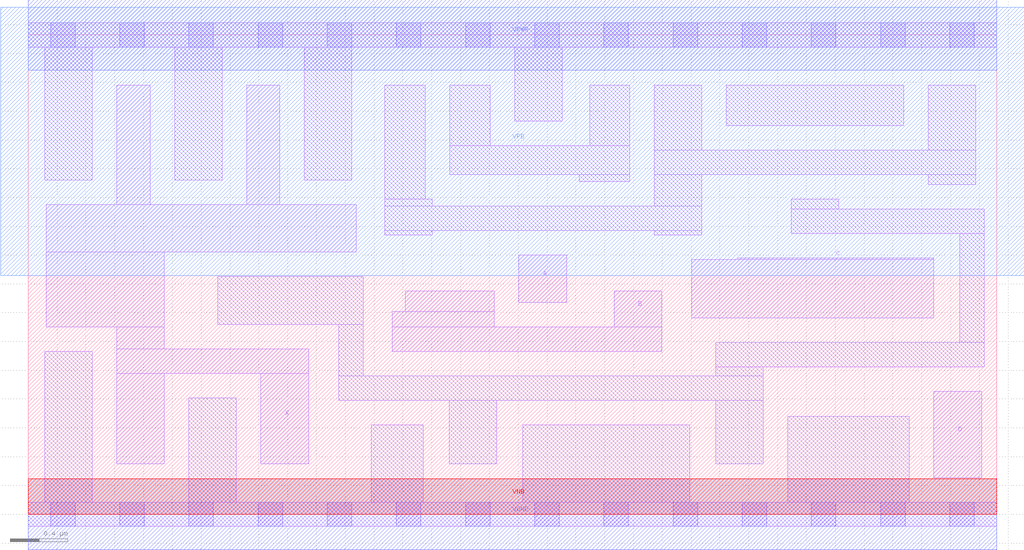
<source format=lef>
# Copyright 2020 The SkyWater PDK Authors
#
# Licensed under the Apache License, Version 2.0 (the "License");
# you may not use this file except in compliance with the License.
# You may obtain a copy of the License at
#
#     https://www.apache.org/licenses/LICENSE-2.0
#
# Unless required by applicable law or agreed to in writing, software
# distributed under the License is distributed on an "AS IS" BASIS,
# WITHOUT WARRANTIES OR CONDITIONS OF ANY KIND, either express or implied.
# See the License for the specific language governing permissions and
# limitations under the License.
#
# SPDX-License-Identifier: Apache-2.0

VERSION 5.7 ;
  NOWIREEXTENSIONATPIN ON ;
  DIVIDERCHAR "/" ;
  BUSBITCHARS "[]" ;
MACRO sky130_fd_sc_ls__or4_4
  CLASS CORE ;
  FOREIGN sky130_fd_sc_ls__or4_4 ;
  ORIGIN  0.000000  0.000000 ;
  SIZE  6.720000 BY  3.330000 ;
  SYMMETRY X Y ;
  SITE unit ;
  PIN A
    ANTENNAGATEAREA  0.411000 ;
    DIRECTION INPUT ;
    USE SIGNAL ;
    PORT
      LAYER li1 ;
        RECT 3.405000 1.470000 3.735000 1.800000 ;
    END
  END A
  PIN B
    ANTENNAGATEAREA  0.411000 ;
    DIRECTION INPUT ;
    USE SIGNAL ;
    PORT
      LAYER li1 ;
        RECT 2.525000 1.130000 4.395000 1.300000 ;
        RECT 2.525000 1.300000 3.235000 1.410000 ;
        RECT 2.615000 1.410000 3.235000 1.550000 ;
        RECT 4.065000 1.300000 4.395000 1.550000 ;
    END
  END B
  PIN C
    ANTENNAGATEAREA  0.411000 ;
    DIRECTION INPUT ;
    USE SIGNAL ;
    PORT
      LAYER li1 ;
        RECT 4.605000 1.365000 6.285000 1.770000 ;
        RECT 4.925000 1.770000 6.285000 1.780000 ;
    END
  END C
  PIN D
    ANTENNAGATEAREA  0.411000 ;
    DIRECTION INPUT ;
    USE SIGNAL ;
    PORT
      LAYER li1 ;
        RECT 6.285000 0.255000 6.615000 0.855000 ;
    END
  END D
  PIN X
    ANTENNADIFFAREA  1.326900 ;
    DIRECTION OUTPUT ;
    USE SIGNAL ;
    PORT
      LAYER li1 ;
        RECT 0.125000 1.300000 0.945000 1.820000 ;
        RECT 0.125000 1.820000 2.275000 2.150000 ;
        RECT 0.615000 0.350000 0.945000 0.980000 ;
        RECT 0.615000 0.980000 1.945000 1.150000 ;
        RECT 0.615000 1.150000 0.945000 1.300000 ;
        RECT 0.615000 2.150000 0.845000 2.980000 ;
        RECT 1.515000 2.150000 1.745000 2.980000 ;
        RECT 1.615000 0.350000 1.945000 0.980000 ;
    END
  END X
  PIN VGND
    DIRECTION INOUT ;
    SHAPE ABUTMENT ;
    USE GROUND ;
    PORT
      LAYER met1 ;
        RECT 0.000000 -0.245000 6.720000 0.245000 ;
    END
  END VGND
  PIN VNB
    DIRECTION INOUT ;
    USE GROUND ;
    PORT
      LAYER pwell ;
        RECT 0.000000 0.000000 6.720000 0.245000 ;
    END
  END VNB
  PIN VPB
    DIRECTION INOUT ;
    USE POWER ;
    PORT
      LAYER nwell ;
        RECT -0.190000 1.660000 6.910000 3.520000 ;
    END
  END VPB
  PIN VPWR
    DIRECTION INOUT ;
    SHAPE ABUTMENT ;
    USE POWER ;
    PORT
      LAYER met1 ;
        RECT 0.000000 3.085000 6.720000 3.575000 ;
    END
  END VPWR
  OBS
    LAYER li1 ;
      RECT 0.000000 -0.085000 6.720000 0.085000 ;
      RECT 0.000000  3.245000 6.720000 3.415000 ;
      RECT 0.115000  0.085000 0.445000 1.130000 ;
      RECT 0.115000  2.320000 0.445000 3.245000 ;
      RECT 1.015000  2.320000 1.345000 3.245000 ;
      RECT 1.115000  0.085000 1.445000 0.810000 ;
      RECT 1.315000  1.320000 2.325000 1.650000 ;
      RECT 1.915000  2.320000 2.245000 3.245000 ;
      RECT 2.155000  0.790000 5.100000 0.960000 ;
      RECT 2.155000  0.960000 2.325000 1.320000 ;
      RECT 2.380000  0.085000 2.740000 0.620000 ;
      RECT 2.475000  1.940000 2.805000 1.970000 ;
      RECT 2.475000  1.970000 4.675000 2.140000 ;
      RECT 2.475000  2.140000 2.805000 2.190000 ;
      RECT 2.475000  2.190000 2.755000 2.980000 ;
      RECT 2.920000  0.350000 3.250000 0.790000 ;
      RECT 2.925000  2.360000 4.175000 2.560000 ;
      RECT 2.925000  2.560000 3.205000 2.980000 ;
      RECT 3.375000  2.730000 3.705000 3.245000 ;
      RECT 3.430000  0.085000 4.590000 0.620000 ;
      RECT 3.825000  2.310000 4.175000 2.360000 ;
      RECT 3.895000  2.560000 4.175000 2.980000 ;
      RECT 4.345000  1.940000 4.675000 1.970000 ;
      RECT 4.345000  2.140000 4.675000 2.360000 ;
      RECT 4.345000  2.360000 6.575000 2.530000 ;
      RECT 4.345000  2.530000 4.675000 2.980000 ;
      RECT 4.770000  0.350000 5.100000 0.790000 ;
      RECT 4.770000  0.960000 5.100000 1.025000 ;
      RECT 4.770000  1.025000 6.635000 1.195000 ;
      RECT 4.845000  2.700000 6.075000 2.980000 ;
      RECT 5.270000  0.085000 6.115000 0.680000 ;
      RECT 5.295000  1.950000 6.635000 2.120000 ;
      RECT 5.295000  2.120000 5.625000 2.190000 ;
      RECT 6.245000  2.290000 6.575000 2.360000 ;
      RECT 6.245000  2.530000 6.575000 2.980000 ;
      RECT 6.465000  1.195000 6.635000 1.950000 ;
    LAYER mcon ;
      RECT 0.155000 -0.085000 0.325000 0.085000 ;
      RECT 0.155000  3.245000 0.325000 3.415000 ;
      RECT 0.635000 -0.085000 0.805000 0.085000 ;
      RECT 0.635000  3.245000 0.805000 3.415000 ;
      RECT 1.115000 -0.085000 1.285000 0.085000 ;
      RECT 1.115000  3.245000 1.285000 3.415000 ;
      RECT 1.595000 -0.085000 1.765000 0.085000 ;
      RECT 1.595000  3.245000 1.765000 3.415000 ;
      RECT 2.075000 -0.085000 2.245000 0.085000 ;
      RECT 2.075000  3.245000 2.245000 3.415000 ;
      RECT 2.555000 -0.085000 2.725000 0.085000 ;
      RECT 2.555000  3.245000 2.725000 3.415000 ;
      RECT 3.035000 -0.085000 3.205000 0.085000 ;
      RECT 3.035000  3.245000 3.205000 3.415000 ;
      RECT 3.515000 -0.085000 3.685000 0.085000 ;
      RECT 3.515000  3.245000 3.685000 3.415000 ;
      RECT 3.995000 -0.085000 4.165000 0.085000 ;
      RECT 3.995000  3.245000 4.165000 3.415000 ;
      RECT 4.475000 -0.085000 4.645000 0.085000 ;
      RECT 4.475000  3.245000 4.645000 3.415000 ;
      RECT 4.955000 -0.085000 5.125000 0.085000 ;
      RECT 4.955000  3.245000 5.125000 3.415000 ;
      RECT 5.435000 -0.085000 5.605000 0.085000 ;
      RECT 5.435000  3.245000 5.605000 3.415000 ;
      RECT 5.915000 -0.085000 6.085000 0.085000 ;
      RECT 5.915000  3.245000 6.085000 3.415000 ;
      RECT 6.395000 -0.085000 6.565000 0.085000 ;
      RECT 6.395000  3.245000 6.565000 3.415000 ;
  END
END sky130_fd_sc_ls__or4_4
END LIBRARY

</source>
